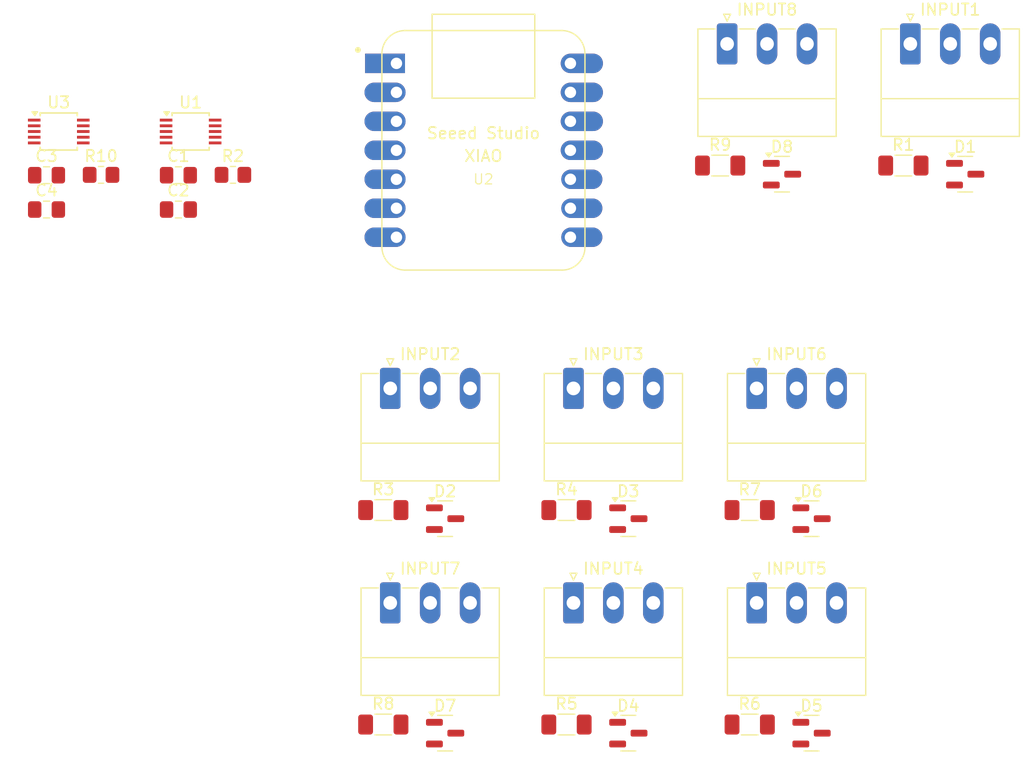
<source format=kicad_pcb>
(kicad_pcb (version 20240108) (generator "pcbnew") (generator_version "8.0")
  (layers (0 "F.Cu" signal) (31 "B.Cu" signal) (34 "B.Paste" user) (35 "F.Paste" user) (36 "B.SilkS" user "B.Silkscreen") (37 "F.SilkS" user "F.Silkscreen") (38 "B.Mask" user) (39 "F.Mask" user) (44 "Edge.Cuts" user))
  (net 0 "")
  (net 1 "GND")
  (net 2 "+5V")
  (net 3 "GNDA")
  (net 4 "/ADC1/ADC0")
  (net 5 "/ADC1/ADC1")
  (net 6 "/ADC1/ADC2")
  (net 7 "/ADC1/ADC3")
  (net 8 "/ADC2/ADC0")
  (net 9 "/ADC2/ADC1")
  (net 10 "/ADC2/ADC2")
  (net 11 "Net-(U1-ALERT{slash}RDY)")
  (net 12 "/ADC2/ADC3")
  (net 13 "SCL")
  (net 14 "Net-(U3-ALERT{slash}RDY)")
  (net 15 "SDA")
  (footprint "Package_SO:TSSOP-10_3x3mm_P0.5mm" (layer "F.Cu") (at -2.3675 60.26)
    (property "Reference" "U1" (at 0 -2.55 0) (layer "F.SilkS"))
    (property "Value" "ADS1115IDGS")
    (fp_line (start -1.625 -1.625) (end -1.625 -1.4) (stroke (width 0.15)) (layer "F.SilkS"))
    (fp_line (start -1.625 -1.625) (end 1.625 -1.625) (stroke (width 0.15)) (layer "F.SilkS"))
    (fp_line (start -1.625 1.625) (end -1.625 1.4) (stroke (width 0.15)) (layer "F.SilkS"))
    (fp_line (start -1.625 1.625) (end 1.625 1.625) (stroke (width 0.15)) (layer "F.SilkS"))
    (fp_line (start 1.625 -1.625) (end 1.625 -1.4) (stroke (width 0.15)) (layer "F.SilkS"))
    (fp_line (start 1.625 1.625) (end 1.625 1.4) (stroke (width 0.15)) (layer "F.SilkS"))
    (fp_poly (pts (xy -2.1 -1.4) (xy -2.34 -1.73) (xy -1.86 -1.73) (xy -2.1 -1.4)) (stroke (width 0.12)) (fill solid) (layer "F.SilkS"))
    (pad "1" smd rect (at -2.15 -1) (size 1.1 0.25) (layers "F.Cu" "F.Paste" "F.Mask") (net 2 "+5V"))
    (pad "2" smd rect (at -2.15 -0.5) (size 1.1 0.25) (layers "F.Cu" "F.Paste" "F.Mask") (net 11 "Net-(U1-ALERT{slash}RDY)"))
    (pad "3" smd rect (at -2.15 0) (size 1.1 0.25) (layers "F.Cu" "F.Paste" "F.Mask") (net 3 "GNDA"))
    (pad "4" smd rect (at -2.15 0.5) (size 1.1 0.25) (layers "F.Cu" "F.Paste" "F.Mask") (net 4 "/ADC1/ADC0"))
    (pad "5" smd rect (at -2.15 1) (size 1.1 0.25) (layers "F.Cu" "F.Paste" "F.Mask") (net 5 "/ADC1/ADC1"))
    (pad "6" smd rect (at 2.15 1) (size 1.1 0.25) (layers "F.Cu" "F.Paste" "F.Mask") (net 6 "/ADC1/ADC2"))
    (pad "7" smd rect (at 2.15 0.5) (size 1.1 0.25) (layers "F.Cu" "F.Paste" "F.Mask") (net 7 "/ADC1/ADC3"))
    (pad "8" smd rect (at 2.15 0) (size 1.1 0.25) (layers "F.Cu" "F.Paste" "F.Mask") (net 2 "+5V"))
    (pad "9" smd rect (at 2.15 -0.5) (size 1.1 0.25) (layers "F.Cu" "F.Paste" "F.Mask") (net 15 "SDA"))
    (pad "10" smd rect (at 2.15 -1) (size 1.1 0.25) (layers "F.Cu" "F.Paste" "F.Mask") (net 13 "SCL"))
  )
  (footprint "Resistor_SMD:R_0805_2012Metric_Pad1.20x1.40mm_HandSolder" (layer "F.Cu") (at -10.2175 64.06)
    (property "Reference" "R10" (at 0 -1.65 0) (layer "F.SilkS"))
    (property "Value" "10k")
    (fp_line (start -0.227064 -0.735) (end 0.227064 -0.735) (stroke (width 0.12)) (layer "F.SilkS"))
    (fp_line (start -0.227064 0.735) (end 0.227064 0.735) (stroke (width 0.12)) (layer "F.SilkS"))
    (pad "1" smd roundrect (at -1 0) (size 1.2 1.4) (layers "F.Cu" "F.Paste" "F.Mask") (roundrect_rratio 0.208333) (net 14 "Net-(U3-ALERT{slash}RDY)"))
    (pad "2" smd roundrect (at 1 0) (size 1.2 1.4) (layers "F.Cu" "F.Paste" "F.Mask") (roundrect_rratio 0.208333) (net 2 "+5V"))
  )
  (footprint "Package_TO_SOT_SMD:SOT-23" (layer "F.Cu") (at 19.9425 113)
    (property "Reference" "D7" (at 0 -2.4 0) (layer "F.SilkS"))
    (property "Value" "BAT54S")
    (fp_line (start 0 -1.56) (end -0.65 -1.56) (stroke (width 0.12)) (layer "F.SilkS"))
    (fp_line (start 0 -1.56) (end 0.65 -1.56) (stroke (width 0.12)) (layer "F.SilkS"))
    (fp_line (start 0 1.56) (end -0.65 1.56) (stroke (width 0.12)) (layer "F.SilkS"))
    (fp_line (start 0 1.56) (end 0.65 1.56) (stroke (width 0.12)) (layer "F.SilkS"))
    (fp_poly (pts (xy -1.1625 -1.51) (xy -1.4025 -1.84) (xy -0.9225 -1.84) (xy -1.1625 -1.51)) (stroke (width 0.12)) (fill solid) (layer "F.SilkS"))
    (pad "1" smd roundrect (at -0.9375 -0.95) (size 1.475 0.6) (layers "F.Cu" "F.Paste" "F.Mask") (net 1 "GND"))
    (pad "2" smd roundrect (at -0.9375 0.95) (size 1.475 0.6) (layers "F.Cu" "F.Paste" "F.Mask") (net 2 "+5V"))
    (pad "3" smd roundrect (at 0.9375 0) (size 1.475 0.6) (layers "F.Cu" "F.Paste" "F.Mask") (net 10 "/ADC2/ADC2"))
  )
  (footprint "Resistor_SMD:R_1206_3216Metric_Pad1.30x1.75mm_HandSolder" (layer "F.Cu") (at 30.5825 93.445)
    (property "Reference" "R4" (at 0 -1.82 0) (layer "F.SilkS"))
    (property "Value" "249 0.1%")
    (fp_line (start -0.727064 -0.91) (end 0.727064 -0.91) (stroke (width 0.12)) (layer "F.SilkS"))
    (fp_line (start -0.727064 0.91) (end 0.727064 0.91) (stroke (width 0.12)) (layer "F.SilkS"))
    (pad "1" smd roundrect (at -1.55 0) (size 1.3 1.75) (layers "F.Cu" "F.Paste" "F.Mask") (roundrect_rratio 0.192308) (net 1 "GND"))
    (pad "2" smd roundrect (at 1.55 0) (size 1.3 1.75) (layers "F.Cu" "F.Paste" "F.Mask") (roundrect_rratio 0.192308) (net 6 "/ADC1/ADC2"))
  )
  (footprint "Resistor_SMD:R_1206_3216Metric_Pad1.30x1.75mm_HandSolder" (layer "F.Cu") (at 46.6425 112.245)
    (property "Reference" "R6" (at 0 -1.82 0) (layer "F.SilkS"))
    (property "Value" "249 0.1%")
    (fp_line (start -0.727064 -0.91) (end 0.727064 -0.91) (stroke (width 0.12)) (layer "F.SilkS"))
    (fp_line (start -0.727064 0.91) (end 0.727064 0.91) (stroke (width 0.12)) (layer "F.SilkS"))
    (pad "1" smd roundrect (at -1.55 0) (size 1.3 1.75) (layers "F.Cu" "F.Paste" "F.Mask") (roundrect_rratio 0.192308) (net 1 "GND"))
    (pad "2" smd roundrect (at 1.55 0) (size 1.3 1.75) (layers "F.Cu" "F.Paste" "F.Mask") (roundrect_rratio 0.192308) (net 8 "/ADC2/ADC0"))
  )
  (footprint "Resistor_SMD:R_1206_3216Metric_Pad1.30x1.75mm_HandSolder" (layer "F.Cu") (at 14.5225 93.445)
    (property "Reference" "R3" (at 0 -1.82 0) (layer "F.SilkS"))
    (property "Value" "249 0.1%")
    (fp_line (start -0.727064 -0.91) (end 0.727064 -0.91) (stroke (width 0.12)) (layer "F.SilkS"))
    (fp_line (start -0.727064 0.91) (end 0.727064 0.91) (stroke (width 0.12)) (layer "F.SilkS"))
    (pad "1" smd roundrect (at -1.55 0) (size 1.3 1.75) (layers "F.Cu" "F.Paste" "F.Mask") (roundrect_rratio 0.192308) (net 1 "GND"))
    (pad "2" smd roundrect (at 1.55 0) (size 1.3 1.75) (layers "F.Cu" "F.Paste" "F.Mask") (roundrect_rratio 0.192308) (net 5 "/ADC1/ADC1"))
  )
  (footprint "Package_TO_SOT_SMD:SOT-23" (layer "F.Cu") (at 52.0625 94.2)
    (property "Reference" "D6" (at 0 -2.4 0) (layer "F.SilkS"))
    (property "Value" "BAT54S")
    (fp_line (start 0 -1.56) (end -0.65 -1.56) (stroke (width 0.12)) (layer "F.SilkS"))
    (fp_line (start 0 -1.56) (end 0.65 -1.56) (stroke (width 0.12)) (layer "F.SilkS"))
    (fp_line (start 0 1.56) (end -0.65 1.56) (stroke (width 0.12)) (layer "F.SilkS"))
    (fp_line (start 0 1.56) (end 0.65 1.56) (stroke (width 0.12)) (layer "F.SilkS"))
    (fp_poly (pts (xy -1.1625 -1.51) (xy -1.4025 -1.84) (xy -0.9225 -1.84) (xy -1.1625 -1.51)) (stroke (width 0.12)) (fill solid) (layer "F.SilkS"))
    (pad "1" smd roundrect (at -0.9375 -0.95) (size 1.475 0.6) (layers "F.Cu" "F.Paste" "F.Mask") (net 1 "GND"))
    (pad "2" smd roundrect (at -0.9375 0.95) (size 1.475 0.6) (layers "F.Cu" "F.Paste" "F.Mask") (net 2 "+5V"))
    (pad "3" smd roundrect (at 0.9375 0) (size 1.475 0.6) (layers "F.Cu" "F.Paste" "F.Mask") (net 9 "/ADC2/ADC1"))
  )
  (footprint "Resistor_SMD:R_1206_3216Metric_Pad1.30x1.75mm_HandSolder" (layer "F.Cu") (at 46.6425 93.445)
    (property "Reference" "R7" (at 0 -1.82 0) (layer "F.SilkS"))
    (property "Value" "249 0.1%")
    (fp_line (start -0.727064 -0.91) (end 0.727064 -0.91) (stroke (width 0.12)) (layer "F.SilkS"))
    (fp_line (start -0.727064 0.91) (end 0.727064 0.91) (stroke (width 0.12)) (layer "F.SilkS"))
    (pad "1" smd roundrect (at -1.55 0) (size 1.3 1.75) (layers "F.Cu" "F.Paste" "F.Mask") (roundrect_rratio 0.192308) (net 1 "GND"))
    (pad "2" smd roundrect (at 1.55 0) (size 1.3 1.75) (layers "F.Cu" "F.Paste" "F.Mask") (roundrect_rratio 0.192308) (net 9 "/ADC2/ADC1"))
  )
  (footprint "Connector_Phoenix_MC:PhoenixContact_MC_1,5_3-G-3.5_1x03_P3.50mm_Horizontal" (layer "F.Cu") (at 15.1325 101.58)
    (property "Reference" "INPUT7" (at 3.5 -3 0) (layer "F.SilkS"))
    (property "Value" "Conn_01x03")
    (fp_line (start -2.56 -1.31) (end -2.56 8.11) (stroke (width 0.12)) (layer "F.SilkS"))
    (fp_line (start -2.56 -1.31) (end -1.05 -1.31) (stroke (width 0.12)) (layer "F.SilkS"))
    (fp_line (start -2.56 4.8) (end 9.56 4.8) (stroke (width 0.12)) (layer "F.SilkS"))
    (fp_line (start -2.56 8.11) (end 9.56 8.11) (stroke (width 0.12)) (layer "F.SilkS"))
    (fp_line (start -0.3 -2.6) (end 0.3 -2.6) (stroke (width 0.12)) (layer "F.SilkS"))
    (fp_line (start 0 -2) (end -0.3 -2.6) (stroke (width 0.12)) (layer "F.SilkS"))
    (fp_line (start 0.3 -2.6) (end 0 -2) (stroke (width 0.12)) (layer "F.SilkS"))
    (fp_line (start 1.05 -1.31) (end 2.45 -1.31) (stroke (width 0.12)) (layer "F.SilkS"))
    (fp_line (start 4.55 -1.31) (end 5.95 -1.31) (stroke (width 0.12)) (layer "F.SilkS"))
    (fp_line (start 9.56 -1.31) (end 8.05 -1.31) (stroke (width 0.12)) (layer "F.SilkS"))
    (fp_line (start 9.56 8.11) (end 9.56 -1.31) (stroke (width 0.12)) (layer "F.SilkS"))
    (pad "1" thru_hole roundrect (at 0 0) (size 1.8 3.6) (drill 1.2) (layers "*.Cu" "*.Mask") (roundrect_rratio 0.138889) (net 2 "+5V"))
    (pad "2" thru_hole oval (at 3.5 0) (size 1.8 3.6) (drill 1.2) (layers "*.Cu" "*.Mask") (net 10 "/ADC2/ADC2"))
    (pad "3" thru_hole oval (at 7 0) (size 1.8 3.6) (drill 1.2) (layers "*.Cu" "*.Mask") (net 1 "GND"))
  )
  (footprint "Connector_Phoenix_MC:PhoenixContact_MC_1,5_3-G-3.5_1x03_P3.50mm_Horizontal" (layer "F.Cu") (at 31.1925 101.58)
    (property "Reference" "INPUT4" (at 3.5 -3 0) (layer "F.SilkS"))
    (property "Value" "Conn_01x03")
    (fp_line (start -2.56 -1.31) (end -2.56 8.11) (stroke (width 0.12)) (layer "F.SilkS"))
    (fp_line (start -2.56 -1.31) (end -1.05 -1.31) (stroke (width 0.12)) (layer "F.SilkS"))
    (fp_line (start -2.56 4.8) (end 9.56 4.8) (stroke (width 0.12)) (layer "F.SilkS"))
    (fp_line (start -2.56 8.11) (end 9.56 8.11) (stroke (width 0.12)) (layer "F.SilkS"))
    (fp_line (start -0.3 -2.6) (end 0.3 -2.6) (stroke (width 0.12)) (layer "F.SilkS"))
    (fp_line (start 0 -2) (end -0.3 -2.6) (stroke (width 0.12)) (layer "F.SilkS"))
    (fp_line (start 0.3 -2.6) (end 0 -2) (stroke (width 0.12)) (layer "F.SilkS"))
    (fp_line (start 1.05 -1.31) (end 2.45 -1.31) (stroke (width 0.12)) (layer "F.SilkS"))
    (fp_line (start 4.55 -1.31) (end 5.95 -1.31) (stroke (width 0.12)) (layer "F.SilkS"))
    (fp_line (start 9.56 -1.31) (end 8.05 -1.31) (stroke (width 0.12)) (layer "F.SilkS"))
    (fp_line (start 9.56 8.11) (end 9.56 -1.31) (stroke (width 0.12)) (layer "F.SilkS"))
    (pad "1" thru_hole roundrect (at 0 0) (size 1.8 3.6) (drill 1.2) (layers "*.Cu" "*.Mask") (roundrect_rratio 0.138889) (net 2 "+5V"))
    (pad "2" thru_hole oval (at 3.5 0) (size 1.8 3.6) (drill 1.2) (layers "*.Cu" "*.Mask") (net 7 "/ADC1/ADC3"))
    (pad "3" thru_hole oval (at 7 0) (size 1.8 3.6) (drill 1.2) (layers "*.Cu" "*.Mask") (net 1 "GND"))
  )
  (footprint "Capacitor_SMD:C_0805_2012Metric_Pad1.18x1.45mm_HandSolder" (layer "F.Cu") (at -3.4375 64.09)
    (property "Reference" "C1" (at 0 -1.68 0) (layer "F.SilkS"))
    (property "Value" "100nF")
    (fp_line (start -0.261252 -0.735) (end 0.261252 -0.735) (stroke (width 0.12)) (layer "F.SilkS"))
    (fp_line (start -0.261252 0.735) (end 0.261252 0.735) (stroke (width 0.12)) (layer "F.SilkS"))
    (pad "1" smd roundrect (at -1.0375 0) (size 1.175 1.45) (layers "F.Cu" "F.Paste" "F.Mask") (roundrect_rratio 0.212766) (net 2 "+5V"))
    (pad "2" smd roundrect (at 1.0375 0) (size 1.175 1.45) (layers "F.Cu" "F.Paste" "F.Mask") (roundrect_rratio 0.212766) (net 3 "GNDA"))
  )
  (footprint "Resistor_SMD:R_1206_3216Metric_Pad1.30x1.75mm_HandSolder" (layer "F.Cu") (at 30.5825 112.245)
    (property "Reference" "R5" (at 0 -1.82 0) (layer "F.SilkS"))
    (property "Value" "249 0.1%")
    (fp_line (start -0.727064 -0.91) (end 0.727064 -0.91) (stroke (width 0.12)) (layer "F.SilkS"))
    (fp_line (start -0.727064 0.91) (end 0.727064 0.91) (stroke (width 0.12)) (layer "F.SilkS"))
    (pad "1" smd roundrect (at -1.55 0) (size 1.3 1.75) (layers "F.Cu" "F.Paste" "F.Mask") (roundrect_rratio 0.192308) (net 1 "GND"))
    (pad "2" smd roundrect (at 1.55 0) (size 1.3 1.75) (layers "F.Cu" "F.Paste" "F.Mask") (roundrect_rratio 0.192308) (net 7 "/ADC1/ADC3"))
  )
  (footprint "Resistor_SMD:R_0805_2012Metric_Pad1.20x1.40mm_HandSolder" (layer "F.Cu") (at 1.3425 64.06)
    (property "Reference" "R2" (at 0 -1.65 0) (layer "F.SilkS"))
    (property "Value" "10k")
    (fp_line (start -0.227064 -0.735) (end 0.227064 -0.735) (stroke (width 0.12)) (layer "F.SilkS"))
    (fp_line (start -0.227064 0.735) (end 0.227064 0.735) (stroke (width 0.12)) (layer "F.SilkS"))
    (pad "1" smd roundrect (at -1 0) (size 1.2 1.4) (layers "F.Cu" "F.Paste" "F.Mask") (roundrect_rratio 0.208333) (net 11 "Net-(U1-ALERT{slash}RDY)"))
    (pad "2" smd roundrect (at 1 0) (size 1.2 1.4) (layers "F.Cu" "F.Paste" "F.Mask") (roundrect_rratio 0.208333) (net 2 "+5V"))
  )
  (footprint "Connector_Phoenix_MC:PhoenixContact_MC_1,5_3-G-3.5_1x03_P3.50mm_Horizontal" (layer "F.Cu") (at 47.2525 101.58)
    (property "Reference" "INPUT5" (at 3.5 -3 0) (layer "F.SilkS"))
    (property "Value" "Conn_01x03")
    (fp_line (start -2.56 -1.31) (end -2.56 8.11) (stroke (width 0.12)) (layer "F.SilkS"))
    (fp_line (start -2.56 -1.31) (end -1.05 -1.31) (stroke (width 0.12)) (layer "F.SilkS"))
    (fp_line (start -2.56 4.8) (end 9.56 4.8) (stroke (width 0.12)) (layer "F.SilkS"))
    (fp_line (start -2.56 8.11) (end 9.56 8.11) (stroke (width 0.12)) (layer "F.SilkS"))
    (fp_line (start -0.3 -2.6) (end 0.3 -2.6) (stroke (width 0.12)) (layer "F.SilkS"))
    (fp_line (start 0 -2) (end -0.3 -2.6) (stroke (width 0.12)) (layer "F.SilkS"))
    (fp_line (start 0.3 -2.6) (end 0 -2) (stroke (width 0.12)) (layer "F.SilkS"))
    (fp_line (start 1.05 -1.31) (end 2.45 -1.31) (stroke (width 0.12)) (layer "F.SilkS"))
    (fp_line (start 4.55 -1.31) (end 5.95 -1.31) (stroke (width 0.12)) (layer "F.SilkS"))
    (fp_line (start 9.56 -1.31) (end 8.05 -1.31) (stroke (width 0.12)) (layer "F.SilkS"))
    (fp_line (start 9.56 8.11) (end 9.56 -1.31) (stroke (width 0.12)) (layer "F.SilkS"))
    (pad "1" thru_hole roundrect (at 0 0) (size 1.8 3.6) (drill 1.2) (layers "*.Cu" "*.Mask") (roundrect_rratio 0.138889) (net 2 "+5V"))
    (pad "2" thru_hole oval (at 3.5 0) (size 1.8 3.6) (drill 1.2) (layers "*.Cu" "*.Mask") (net 8 "/ADC2/ADC0"))
    (pad "3" thru_hole oval (at 7 0) (size 1.8 3.6) (drill 1.2) (layers "*.Cu" "*.Mask") (net 1 "GND"))
  )
  (footprint "Seeed Studio XIAO Series Library:XIAO-Generic-Hybrid-14P-2.54-21X17.8MM" (layer "F.Cu") (at 23.3015 61.90753)
    (property "Reference" "U2" (at 0 2.54 0) (layer "F.SilkS") (effects (font (size 0.889 0.889) (thickness 0.1016))))
    (property "Value" "Seeed_Studio_XIAO_ESP32C6" (hide yes))
    (fp_line (start -8.9 -8.5) (end -8.9 8.5) (stroke (width 0.127)) (layer "F.SilkS"))
    (fp_line (start -6.9 10.5) (end 6.9 10.5) (stroke (width 0.127)) (layer "F.SilkS"))
    (fp_line (start -4.5 -11.92403) (end 4.5 -11.92403) (stroke (width 0.127)) (layer "F.SilkS"))
    (fp_line (start -4.5 -4.57073) (end -4.5 -11.92403) (stroke (width 0.127)) (layer "F.SilkS"))
    (fp_line (start 4.5 -11.92403) (end 4.5 -4.57073) (stroke (width 0.127)) (layer "F.SilkS"))
    (fp_line (start 4.5 -4.57073) (end -4.5 -4.57073) (stroke (width 0.127)) (layer "F.SilkS"))
    (fp_line (start 6.9 -10.49909) (end -6.9 -10.49909) (stroke (width 0.127)) (layer "F.SilkS"))
    (fp_line (start 8.9 8.5) (end 8.9 -8.5) (stroke (width 0.127)) (layer "F.SilkS"))
    (fp_arc (start -8.9 -8.5) (mid -8.301491 -9.901491) (end -6.9 -10.5) (stroke (width 0.12)) (layer "F.SilkS"))
    (fp_arc (start -6.9 10.5) (mid -8.301423 9.901423) (end -8.9 8.5) (stroke (width 0.12)) (layer "F.SilkS"))
    (fp_arc (start 6.9 -10.5) (mid 8.301494 -9.901494) (end 8.9 -8.5) (stroke (width 0.12)) (layer "F.SilkS"))
    (fp_arc (start 8.9 8.5) (mid 8.314214 9.914214) (end 6.9 10.5) (stroke (width 0.12)) (layer "F.SilkS"))
    (fp_circle (center -11 -8.8) (end -11 -9.054) (fill solid) (layer "F.SilkS"))
    (fp_poly (pts (xy -8.887715 -8.561705) (xy -8.884667 -8.610473) (xy -8.880603 -8.659494)) (stroke (width 0.0254)) (fill none) (layer "F.SilkS"))
    (fp_poly (pts (xy 8.889492 8.521574) (xy 8.887713 8.57085) (xy 8.884665 8.619618) (xy 8.880601 8.668639) (xy 8.875268 8.717407) (xy 8.868664 8.766175) (xy 8.861044 8.81469) (xy 8.852153 8.86295) (xy 8.842248 8.910955)) (stroke (width 0.0254)) (fill none) (layer "F.SilkS"))
    (fp_text user "Seeed Studio" (at 0 -1.5 0) (layer "F.SilkS"))
    (fp_text user "XIAO" (at 0 0.5 0) (layer "F.SilkS"))
    (pad "1" thru_hole rect (at -7.625 -7.62) (size 3.5 1.7) (drill 1 (offset -1 0)) (layers "*.Cu" "*.Mask"))
    (pad "2" thru_hole oval (at -7.625 -5.08) (size 3.6 1.7) (drill 1 (offset -1 0)) (layers "*.Cu" "*.Mask"))
    (pad "3" thru_hole oval (at -7.625 -2.54) (size 3.6 1.7) (drill 1 (offset -1 0)) (layers "*.Cu" "*.Mask"))
    (pad "4" thru_hole oval (at -7.625 0) (size 3.6 1.7) (drill 1 (offset -1 0)) (layers "*.Cu" "*.Mask"))
    (pad "5" thru_hole oval (at -7.625 2.54) (size 3.6 1.7) (drill 1 (offset -1 0)) (layers "*.Cu" "*.Mask") (net 15 "SDA"))
    (pad "6" thru_hole oval (at -7.625 5.08 180) (size 3.6 1.7) (drill 1 (offset 1 0)) (layers "*.Cu" "*.Mask") (net 13 "SCL"))
    (pad "7" thru_hole oval (at -7.625 7.62) (size 3.6 1.7) (drill 1 (offset -1 0)) (layers "*.Cu" "*.Mask"))
    (pad "8" thru_hole oval (at 7.625 7.62) (size 3.6 1.7) (drill 1 (offset 1 0)) (layers "*.Cu" "*.Mask"))
    (pad "9" thru_hole oval (at 7.625 5.08) (size 3.6 1.7) (drill 1 (offset 1 0)) (layers "*.Cu" "*.Mask"))
    (pad "10" thru_hole oval (at 7.625 2.54) (size 3.6 1.7) (drill 1 (offset 1 0)) (layers "*.Cu" "*.Mask"))
    (pad "11" thru_hole oval (at 7.625 0) (size 3.7 1.7) (drill 1 (offset 1 0)) (layers "*.Cu" "*.Mask"))
    (pad "12" thru_hole oval (at 7.625 -2.54) (size 3.7 1.7) (drill 1 (offset 1 0)) (layers "*.Cu" "*.Mask"))
    (pad "13" thru_hole oval (at 7.625 -5.08) (size 3.7 1.7) (drill 1 (offset 1 0)) (layers "*.Cu" "*.Mask") (net 1 "GND"))
    (pad "14" thru_hole oval (at 7.625 -7.62) (size 3.7 1.7) (drill 1 (offset 1 0)) (layers "*.Cu" "*.Mask") (net 2 "+5V"))
  )
  (footprint "Connector_Phoenix_MC:PhoenixContact_MC_1,5_3-G-3.5_1x03_P3.50mm_Horizontal" (layer "F.Cu") (at 60.7225 52.58)
    (property "Reference" "INPUT1" (at 3.5 -3 0) (layer "F.SilkS"))
    (property "Value" "Conn_01x03")
    (fp_line (start -2.56 -1.31) (end -2.56 8.11) (stroke (width 0.12)) (layer "F.SilkS"))
    (fp_line (start -2.56 -1.31) (end -1.05 -1.31) (stroke (width 0.12)) (layer "F.SilkS"))
    (fp_line (start -2.56 4.8) (end 9.56 4.8) (stroke (width 0.12)) (layer "F.SilkS"))
    (fp_line (start -2.56 8.11) (end 9.56 8.11) (stroke (width 0.12)) (layer "F.SilkS"))
    (fp_line (start -0.3 -2.6) (end 0.3 -2.6) (stroke (width 0.12)) (layer "F.SilkS"))
    (fp_line (start 0 -2) (end -0.3 -2.6) (stroke (width 0.12)) (layer "F.SilkS"))
    (fp_line (start 0.3 -2.6) (end 0 -2) (stroke (width 0.12)) (layer "F.SilkS"))
    (fp_line (start 1.05 -1.31) (end 2.45 -1.31) (stroke (width 0.12)) (layer "F.SilkS"))
    (fp_line (start 4.55 -1.31) (end 5.95 -1.31) (stroke (width 0.12)) (layer "F.SilkS"))
    (fp_line (start 9.56 -1.31) (end 8.05 -1.31) (stroke (width 0.12)) (layer "F.SilkS"))
    (fp_line (start 9.56 8.11) (end 9.56 -1.31) (stroke (width 0.12)) (layer "F.SilkS"))
    (pad "1" thru_hole roundrect (at 0 0) (size 1.8 3.6) (drill 1.2) (layers "*.Cu" "*.Mask") (roundrect_rratio 0.138889) (net 2 "+5V"))
    (pad "2" thru_hole oval (at 3.5 0) (size 1.8 3.6) (drill 1.2) (layers "*.Cu" "*.Mask") (net 4 "/ADC1/ADC0"))
    (pad "3" thru_hole oval (at 7 0) (size 1.8 3.6) (drill 1.2) (layers "*.Cu" "*.Mask") (net 1 "GND"))
  )
  (footprint "Connector_Phoenix_MC:PhoenixContact_MC_1,5_3-G-3.5_1x03_P3.50mm_Horizontal" (layer "F.Cu") (at 31.1925 82.78)
    (property "Reference" "INPUT3" (at 3.5 -3 0) (layer "F.SilkS"))
    (property "Value" "Conn_01x03")
    (fp_line (start -2.56 -1.31) (end -2.56 8.11) (stroke (width 0.12)) (layer "F.SilkS"))
    (fp_line (start -2.56 -1.31) (end -1.05 -1.31) (stroke (width 0.12)) (layer "F.SilkS"))
    (fp_line (start -2.56 4.8) (end 9.56 4.8) (stroke (width 0.12)) (layer "F.SilkS"))
    (fp_line (start -2.56 8.11) (end 9.56 8.11) (stroke (width 0.12)) (layer "F.SilkS"))
    (fp_line (start -0.3 -2.6) (end 0.3 -2.6) (stroke (width 0.12)) (layer "F.SilkS"))
    (fp_line (start 0 -2) (end -0.3 -2.6) (stroke (width 0.12)) (layer "F.SilkS"))
    (fp_line (start 0.3 -2.6) (end 0 -2) (stroke (width 0.12)) (layer "F.SilkS"))
    (fp_line (start 1.05 -1.31) (end 2.45 -1.31) (stroke (width 0.12)) (layer "F.SilkS"))
    (fp_line (start 4.55 -1.31) (end 5.95 -1.31) (stroke (width 0.12)) (layer "F.SilkS"))
    (fp_line (start 9.56 -1.31) (end 8.05 -1.31) (stroke (width 0.12)) (layer "F.SilkS"))
    (fp_line (start 9.56 8.11) (end 9.56 -1.31) (stroke (width 0.12)) (layer "F.SilkS"))
    (pad "1" thru_hole roundrect (at 0 0) (size 1.8 3.6) (drill 1.2) (layers "*.Cu" "*.Mask") (roundrect_rratio 0.138889) (net 2 "+5V"))
    (pad "2" thru_hole oval (at 3.5 0) (size 1.8 3.6) (drill 1.2) (layers "*.Cu" "*.Mask") (net 6 "/ADC1/ADC2"))
    (pad "3" thru_hole oval (at 7 0) (size 1.8 3.6) (drill 1.2) (layers "*.Cu" "*.Mask") (net 1 "GND"))
  )
  (footprint "Package_SO:TSSOP-10_3x3mm_P0.5mm" (layer "F.Cu") (at -13.9275 60.26)
    (property "Reference" "U3" (at 0 -2.55 0) (layer "F.SilkS"))
    (property "Value" "ADS1115IDGS")
    (fp_line (start -1.625 -1.625) (end -1.625 -1.4) (stroke (width 0.15)) (layer "F.SilkS"))
    (fp_line (start -1.625 -1.625) (end 1.625 -1.625) (stroke (width 0.15)) (layer "F.SilkS"))
    (fp_line (start -1.625 1.625) (end -1.625 1.4) (stroke (width 0.15)) (layer "F.SilkS"))
    (fp_line (start -1.625 1.625) (end 1.625 1.625) (stroke (width 0.15)) (layer "F.SilkS"))
    (fp_line (start 1.625 -1.625) (end 1.625 -1.4) (stroke (width 0.15)) (layer "F.SilkS"))
    (fp_line (start 1.625 1.625) (end 1.625 1.4) (stroke (width 0.15)) (layer "F.SilkS"))
    (fp_poly (pts (xy -2.1 -1.4) (xy -2.34 -1.73) (xy -1.86 -1.73) (xy -2.1 -1.4)) (stroke (width 0.12)) (fill solid) (layer "F.SilkS"))
    (pad "1" smd rect (at -2.15 -1) (size 1.1 0.25) (layers "F.Cu" "F.Paste" "F.Mask") (net 1 "GND"))
    (pad "2" smd rect (at -2.15 -0.5) (size 1.1 0.25) (layers "F.Cu" "F.Paste" "F.Mask") (net 14 "Net-(U3-ALERT{slash}RDY)"))
    (pad "3" smd rect (at -2.15 0) (size 1.1 0.25) (layers "F.Cu" "F.Paste" "F.Mask") (net 3 "GNDA"))
    (pad "4" smd rect (at -2.15 0.5) (size 1.1 0.25) (layers "F.Cu" "F.Paste" "F.Mask") (net 8 "/ADC2/ADC0"))
    (pad "5" smd rect (at -2.15 1) (size 1.1 0.25) (layers "F.Cu" "F.Paste" "F.Mask") (net 9 "/ADC2/ADC1"))
    (pad "6" smd rect (at 2.15 1) (size 1.1 0.25) (layers "F.Cu" "F.Paste" "F.Mask") (net 10 "/ADC2/ADC2"))
    (pad "7" smd rect (at 2.15 0.5) (size 1.1 0.25) (layers "F.Cu" "F.Paste" "F.Mask") (net 12 "/ADC2/ADC3"))
    (pad "8" smd rect (at 2.15 0) (size 1.1 0.25) (layers "F.Cu" "F.Paste" "F.Mask") (net 2 "+5V"))
    (pad "9" smd rect (at 2.15 -0.5) (size 1.1 0.25) (layers "F.Cu" "F.Paste" "F.Mask") (net 15 "SDA"))
    (pad "10" smd rect (at 2.15 -1) (size 1.1 0.25) (layers "F.Cu" "F.Paste" "F.Mask") (net 13 "SCL"))
  )
  (footprint "Connector_Phoenix_MC:PhoenixContact_MC_1,5_3-G-3.5_1x03_P3.50mm_Horizontal" (layer "F.Cu") (at 44.6625 52.58)
    (property "Reference" "INPUT8" (at 3.5 -3 0) (layer "F.SilkS"))
    (property "Value" "Conn_01x03")
    (fp_line (start -2.56 -1.31) (end -2.56 8.11) (stroke (width 0.12)) (layer "F.SilkS"))
    (fp_line (start -2.56 -1.31) (end -1.05 -1.31) (stroke (width 0.12)) (layer "F.SilkS"))
    (fp_line (start -2.56 4.8) (end 9.56 4.8) (stroke (width 0.12)) (layer "F.SilkS"))
    (fp_line (start -2.56 8.11) (end 9.56 8.11) (stroke (width 0.12)) (layer "F.SilkS"))
    (fp_line (start -0.3 -2.6) (end 0.3 -2.6) (stroke (width 0.12)) (layer "F.SilkS"))
    (fp_line (start 0 -2) (end -0.3 -2.6) (stroke (width 0.12)) (layer "F.SilkS"))
    (fp_line (start 0.3 -2.6) (end 0 -2) (stroke (width 0.12)) (layer "F.SilkS"))
    (fp_line (start 1.05 -1.31) (end 2.45 -1.31) (stroke (width 0.12)) (layer "F.SilkS"))
    (fp_line (start 4.55 -1.31) (end 5.95 -1.31) (stroke (width 0.12)) (layer "F.SilkS"))
    (fp_line (start 9.56 -1.31) (end 8.05 -1.31) (stroke (width 0.12)) (layer "F.SilkS"))
    (fp_line (start 9.56 8.11) (end 9.56 -1.31) (stroke (width 0.12)) (layer "F.SilkS"))
    (pad "1" thru_hole roundrect (at 0 0) (size 1.8 3.6) (drill 1.2) (layers "*.Cu" "*.Mask") (roundrect_rratio 0.138889) (net 2 "+5V"))
    (pad "2" thru_hole oval (at 3.5 0) (size 1.8 3.6) (drill 1.2) (layers "*.Cu" "*.Mask") (net 12 "/ADC2/ADC3"))
    (pad "3" thru_hole oval (at 7 0) (size 1.8 3.6) (drill 1.2) (layers "*.Cu" "*.Mask") (net 1 "GND"))
  )
  (footprint "Capacitor_SMD:C_0805_2012Metric_Pad1.18x1.45mm_HandSolder" (layer "F.Cu") (at -14.9975 67.1)
    (property "Reference" "C4" (at 0 -1.68 0) (layer "F.SilkS"))
    (property "Value" "10uF")
    (fp_line (start -0.261252 -0.735) (end 0.261252 -0.735) (stroke (width 0.12)) (layer "F.SilkS"))
    (fp_line (start -0.261252 0.735) (end 0.261252 0.735) (stroke (width 0.12)) (layer "F.SilkS"))
    (pad "1" smd roundrect (at -1.0375 0) (size 1.175 1.45) (layers "F.Cu" "F.Paste" "F.Mask") (roundrect_rratio 0.212766) (net 2 "+5V"))
    (pad "2" smd roundrect (at 1.0375 0) (size 1.175 1.45) (layers "F.Cu" "F.Paste" "F.Mask") (roundrect_rratio 0.212766) (net 3 "GNDA"))
  )
  (footprint "Package_TO_SOT_SMD:SOT-23" (layer "F.Cu") (at 19.9425 94.2)
    (property "Reference" "D2" (at 0 -2.4 0) (layer "F.SilkS"))
    (property "Value" "BAT54S")
    (fp_line (start 0 -1.56) (end -0.65 -1.56) (stroke (width 0.12)) (layer "F.SilkS"))
    (fp_line (start 0 -1.56) (end 0.65 -1.56) (stroke (width 0.12)) (layer "F.SilkS"))
    (fp_line (start 0 1.56) (end -0.65 1.56) (stroke (width 0.12)) (layer "F.SilkS"))
    (fp_line (start 0 1.56) (end 0.65 1.56) (stroke (width 0.12)) (layer "F.SilkS"))
    (fp_poly (pts (xy -1.1625 -1.51) (xy -1.4025 -1.84) (xy -0.9225 -1.84) (xy -1.1625 -1.51)) (stroke (width 0.12)) (fill solid) (layer "F.SilkS"))
    (pad "1" smd roundrect (at -0.9375 -0.95) (size 1.475 0.6) (layers "F.Cu" "F.Paste" "F.Mask") (net 1 "GND"))
    (pad "2" smd roundrect (at -0.9375 0.95) (size 1.475 0.6) (layers "F.Cu" "F.Paste" "F.Mask") (net 2 "+5V"))
    (pad "3" smd roundrect (at 0.9375 0) (size 1.475 0.6) (layers "F.Cu" "F.Paste" "F.Mask") (net 5 "/ADC1/ADC1"))
  )
  (footprint "Capacitor_SMD:C_0805_2012Metric_Pad1.18x1.45mm_HandSolder" (layer "F.Cu") (at -3.4375 67.1)
    (property "Reference" "C2" (at 0 -1.68 0) (layer "F.SilkS"))
    (property "Value" "10uF")
    (fp_line (start -0.261252 -0.735) (end 0.261252 -0.735) (stroke (width 0.12)) (layer "F.SilkS"))
    (fp_line (start -0.261252 0.735) (end 0.261252 0.735) (stroke (width 0.12)) (layer "F.SilkS"))
    (pad "1" smd roundrect (at -1.0375 0) (size 1.175 1.45) (layers "F.Cu" "F.Paste" "F.Mask") (roundrect_rratio 0.212766) (net 2 "+5V"))
    (pad "2" smd roundrect (at 1.0375 0) (size 1.175 1.45) (layers "F.Cu" "F.Paste" "F.Mask") (roundrect_rratio 0.212766) (net 3 "GNDA"))
  )
  (footprint "Package_TO_SOT_SMD:SOT-23" (layer "F.Cu") (at 36.0025 113)
    (property "Reference" "D4" (at 0 -2.4 0) (layer "F.SilkS"))
    (property "Value" "BAT54S")
    (fp_line (start 0 -1.56) (end -0.65 -1.56) (stroke (width 0.12)) (layer "F.SilkS"))
    (fp_line (start 0 -1.56) (end 0.65 -1.56) (stroke (width 0.12)) (layer "F.SilkS"))
    (fp_line (start 0 1.56) (end -0.65 1.56) (stroke (width 0.12)) (layer "F.SilkS"))
    (fp_line (start 0 1.56) (end 0.65 1.56) (stroke (width 0.12)) (layer "F.SilkS"))
    (fp_poly (pts (xy -1.1625 -1.51) (xy -1.4025 -1.84) (xy -0.9225 -1.84) (xy -1.1625 -1.51)) (stroke (width 0.12)) (fill solid) (layer "F.SilkS"))
    (pad "1" smd roundrect (at -0.9375 -0.95) (size 1.475 0.6) (layers "F.Cu" "F.Paste" "F.Mask") (net 1 "GND"))
    (pad "2" smd roundrect (at -0.9375 0.95) (size 1.475 0.6) (layers "F.Cu" "F.Paste" "F.Mask") (net 2 "+5V"))
    (pad "3" smd roundrect (at 0.9375 0) (size 1.475 0.6) (layers "F.Cu" "F.Paste" "F.Mask") (net 7 "/ADC1/ADC3"))
  )
  (footprint "Connector_Phoenix_MC:PhoenixContact_MC_1,5_3-G-3.5_1x03_P3.50mm_Horizontal" (layer "F.Cu") (at 15.1325 82.78)
    (property "Reference" "INPUT2" (at 3.5 -3 0) (layer "F.SilkS"))
    (property "Value" "Conn_01x03")
    (fp_line (start -2.56 -1.31) (end -2.56 8.11) (stroke (width 0.12)) (layer "F.SilkS"))
    (fp_line (start -2.56 -1.31) (end -1.05 -1.31) (stroke (width 0.12)) (layer "F.SilkS"))
    (fp_line (start -2.56 4.8) (end 9.56 4.8) (stroke (width 0.12)) (layer "F.SilkS"))
    (fp_line (start -2.56 8.11) (end 9.56 8.11) (stroke (width 0.12)) (layer "F.SilkS"))
    (fp_line (start -0.3 -2.6) (end 0.3 -2.6) (stroke (width 0.12)) (layer "F.SilkS"))
    (fp_line (start 0 -2) (end -0.3 -2.6) (stroke (width 0.12)) (layer "F.SilkS"))
    (fp_line (start 0.3 -2.6) (end 0 -2) (stroke (width 0.12)) (layer "F.SilkS"))
    (fp_line (start 1.05 -1.31) (end 2.45 -1.31) (stroke (width 0.12)) (layer "F.SilkS"))
    (fp_line (start 4.55 -1.31) (end 5.95 -1.31) (stroke (width 0.12)) (layer "F.SilkS"))
    (fp_line (start 9.56 -1.31) (end 8.05 -1.31) (stroke (width 0.12)) (layer "F.SilkS"))
    (fp_line (start 9.56 8.11) (end 9.56 -1.31) (stroke (width 0.12)) (layer "F.SilkS"))
    (pad "1" thru_hole roundrect (at 0 0) (size 1.8 3.6) (drill 1.2) (layers "*.Cu" "*.Mask") (roundrect_rratio 0.138889) (net 2 "+5V"))
    (pad "2" thru_hole oval (at 3.5 0) (size 1.8 3.6) (drill 1.2) (layers "*.Cu" "*.Mask") (net 5 "/ADC1/ADC1"))
    (pad "3" thru_hole oval (at 7 0) (size 1.8 3.6) (drill 1.2) (layers "*.Cu" "*.Mask") (net 1 "GND"))
  )
  (footprint "Package_TO_SOT_SMD:SOT-23" (layer "F.Cu") (at 65.5325 64)
    (property "Reference" "D1" (at 0 -2.4 0) (layer "F.SilkS"))
    (property "Value" "BAT54S")
    (fp_line (start 0 -1.56) (end -0.65 -1.56) (stroke (width 0.12)) (layer "F.SilkS"))
    (fp_line (start 0 -1.56) (end 0.65 -1.56) (stroke (width 0.12)) (layer "F.SilkS"))
    (fp_line (start 0 1.56) (end -0.65 1.56) (stroke (width 0.12)) (layer "F.SilkS"))
    (fp_line (start 0 1.56) (end 0.65 1.56) (stroke (width 0.12)) (layer "F.SilkS"))
    (fp_poly (pts (xy -1.1625 -1.51) (xy -1.4025 -1.84) (xy -0.9225 -1.84) (xy -1.1625 -1.51)) (stroke (width 0.12)) (fill solid) (layer "F.SilkS"))
    (pad "1" smd roundrect (at -0.9375 -0.95) (size 1.475 0.6) (layers "F.Cu" "F.Paste" "F.Mask") (net 1 "GND"))
    (pad "2" smd roundrect (at -0.9375 0.95) (size 1.475 0.6) (layers "F.Cu" "F.Paste" "F.Mask") (net 2 "+5V"))
    (pad "3" smd roundrect (at 0.9375 0) (size 1.475 0.6) (layers "F.Cu" "F.Paste" "F.Mask") (net 4 "/ADC1/ADC0"))
  )
  (footprint "Capacitor_SMD:C_0805_2012Metric_Pad1.18x1.45mm_HandSolder" (layer "F.Cu") (at -14.9975 64.09)
    (property "Reference" "C3" (at 0 -1.68 0) (layer "F.SilkS"))
    (property "Value" "100nF")
    (fp_line (start -0.261252 -0.735) (end 0.261252 -0.735) (stroke (width 0.12)) (layer "F.SilkS"))
    (fp_line (start -0.261252 0.735) (end 0.261252 0.735) (stroke (width 0.12)) (layer "F.SilkS"))
    (pad "1" smd roundrect (at -1.0375 0) (size 1.175 1.45) (layers "F.Cu" "F.Paste" "F.Mask") (roundrect_rratio 0.212766) (net 2 "+5V"))
    (pad "2" smd roundrect (at 1.0375 0) (size 1.175 1.45) (layers "F.Cu" "F.Paste" "F.Mask") (roundrect_rratio 0.212766) (net 3 "GNDA"))
  )
  (footprint "Package_TO_SOT_SMD:SOT-23" (layer "F.Cu") (at 36.0025 94.2)
    (property "Reference" "D3" (at 0 -2.4 0) (layer "F.SilkS"))
    (property "Value" "BAT54S")
    (fp_line (start 0 -1.56) (end -0.65 -1.56) (stroke (width 0.12)) (layer "F.SilkS"))
    (fp_line (start 0 -1.56) (end 0.65 -1.56) (stroke (width 0.12)) (layer "F.SilkS"))
    (fp_line (start 0 1.56) (end -0.65 1.56) (stroke (width 0.12)) (layer "F.SilkS"))
    (fp_line (start 0 1.56) (end 0.65 1.56) (stroke (width 0.12)) (layer "F.SilkS"))
    (fp_poly (pts (xy -1.1625 -1.51) (xy -1.4025 -1.84) (xy -0.9225 -1.84) (xy -1.1625 -1.51)) (stroke (width 0.12)) (fill solid) (layer "F.SilkS"))
    (pad "1" smd roundrect (at -0.9375 -0.95) (size 1.475 0.6) (layers "F.Cu" "F.Paste" "F.Mask") (net 1 "GND"))
    (pad "2" smd roundrect (at -0.9375 0.95) (size 1.475 0.6) (layers "F.Cu" "F.Paste" "F.Mask") (net 2 "+5V"))
    (pad "3" smd roundrect (at 0.9375 0) (size 1.475 0.6) (layers "F.Cu" "F.Paste" "F.Mask") (net 6 "/ADC1/ADC2"))
  )
  (footprint "Package_TO_SOT_SMD:SOT-23" (layer "F.Cu") (at 52.0625 113)
    (property "Reference" "D5" (at 0 -2.4 0) (layer "F.SilkS"))
    (property "Value" "BAT54S")
    (fp_line (start 0 -1.56) (end -0.65 -1.56) (stroke (width 0.12)) (layer "F.SilkS"))
    (fp_line (start 0 -1.56) (end 0.65 -1.56) (stroke (width 0.12)) (layer "F.SilkS"))
    (fp_line (start 0 1.56) (end -0.65 1.56) (stroke (width 0.12)) (layer "F.SilkS"))
    (fp_line (start 0 1.56) (end 0.65 1.56) (stroke (width 0.12)) (layer "F.SilkS"))
    (fp_poly (pts (xy -1.1625 -1.51) (xy -1.4025 -1.84) (xy -0.9225 -1.84) (xy -1.1625 -1.51)) (stroke (width 0.12)) (fill solid) (layer "F.SilkS"))
    (pad "1" smd roundrect (at -0.9375 -0.95) (size 1.475 0.6) (layers "F.Cu" "F.Paste" "F.Mask") (net 1 "GND"))
    (pad "2" smd roundrect (at -0.9375 0.95) (size 1.475 0.6) (layers "F.Cu" "F.Paste" "F.Mask") (net 2 "+5V"))
    (pad "3" smd roundrect (at 0.9375 0) (size 1.475 0.6) (layers "F.Cu" "F.Paste" "F.Mask") (net 8 "/ADC2/ADC0"))
  )
  (footprint "Resistor_SMD:R_1206_3216Metric_Pad1.30x1.75mm_HandSolder" (layer "F.Cu") (at 44.0525 63.245)
    (property "Reference" "R9" (at 0 -1.82 0) (layer "F.SilkS"))
    (property "Value" "249 0.1%")
    (fp_line (start -0.727064 -0.91) (end 0.727064 -0.91) (stroke (width 0.12)) (layer "F.SilkS"))
    (fp_line (start -0.727064 0.91) (end 0.727064 0.91) (stroke (width 0.12)) (layer "F.SilkS"))
    (pad "1" smd roundrect (at -1.55 0) (size 1.3 1.75) (layers "F.Cu" "F.Paste" "F.Mask") (roundrect_rratio 0.192308) (net 1 "GND"))
    (pad "2" smd roundrect (at 1.55 0) (size 1.3 1.75) (layers "F.Cu" "F.Paste" "F.Mask") (roundrect_rratio 0.192308) (net 12 "/ADC2/ADC3"))
  )
  (footprint "Connector_Phoenix_MC:PhoenixContact_MC_1,5_3-G-3.5_1x03_P3.50mm_Horizontal" (layer "F.Cu") (at 47.2525 82.78)
    (property "Reference" "INPUT6" (at 3.5 -3 0) (layer "F.SilkS"))
    (property "Value" "Conn_01x03")
    (fp_line (start -2.56 -1.31) (end -2.56 8.11) (stroke (width 0.12)) (layer "F.SilkS"))
    (fp_line (start -2.56 -1.31) (end -1.05 -1.31) (stroke (width 0.12)) (layer "F.SilkS"))
    (fp_line (start -2.56 4.8) (end 9.56 4.8) (stroke (width 0.12)) (layer "F.SilkS"))
    (fp_line (start -2.56 8.11) (end 9.56 8.11) (stroke (width 0.12)) (layer "F.SilkS"))
    (fp_line (start -0.3 -2.6) (end 0.3 -2.6) (stroke (width 0.12)) (layer "F.SilkS"))
    (fp_line (start 0 -2) (end -0.3 -2.6) (stroke (width 0.12)) (layer "F.SilkS"))
    (fp_line (start 0.3 -2.6) (end 0 -2) (stroke (width 0.12)) (layer "F.SilkS"))
    (fp_line (start 1.05 -1.31) (end 2.45 -1.31) (stroke (width 0.12)) (layer "F.SilkS"))
    (fp_line (start 4.55 -1.31) (end 5.95 -1.31) (stroke (width 0.12)) (layer "F.SilkS"))
    (fp_line (start 9.56 -1.31) (end 8.05 -1.31) (stroke (width 0.12)) (layer "F.SilkS"))
    (fp_line (start 9.56 8.11) (end 9.56 -1.31) (stroke (width 0.12)) (layer "F.SilkS"))
    (pad "1" thru_hole roundrect (at 0 0) (size 1.8 3.6) (drill 1.2) (layers "*.Cu" "*.Mask") (roundrect_rratio 0.138889) (net 2 "+5V"))
    (pad "2" thru_hole oval (at 3.5 0) (size 1.8 3.6) (drill 1.2) (layers "*.Cu" "*.Mask") (net 9 "/ADC2/ADC1"))
    (pad "3" thru_hole oval (at 7 0) (size 1.8 3.6) (drill 1.2) (layers "*.Cu" "*.Mask") (net 1 "GND"))
  )
  (footprint "Resistor_SMD:R_1206_3216Metric_Pad1.30x1.75mm_HandSolder" (layer "F.Cu") (at 60.1125 63.245)
    (property "Reference" "R1" (at 0 -1.82 0) (layer "F.SilkS"))
    (property "Value" "249 0.1%")
    (fp_line (start -0.727064 -0.91) (end 0.727064 -0.91) (stroke (width 0.12)) (layer "F.SilkS"))
    (fp_line (start -0.727064 0.91) (end 0.727064 0.91) (stroke (width 0.12)) (layer "F.SilkS"))
    (pad "1" smd roundrect (at -1.55 0) (size 1.3 1.75) (layers "F.Cu" "F.Paste" "F.Mask") (roundrect_rratio 0.192308) (net 1 "GND"))
    (pad "2" smd roundrect (at 1.55 0) (size 1.3 1.75) (layers "F.Cu" "F.Paste" "F.Mask") (roundrect_rratio 0.192308) (net 4 "/ADC1/ADC0"))
  )
  (footprint "Package_TO_SOT_SMD:SOT-23" (layer "F.Cu") (at 49.4725 64)
    (property "Reference" "D8" (at 0 -2.4 0) (layer "F.SilkS"))
    (property "Value" "BAT54S")
    (fp_line (start 0 -1.56) (end -0.65 -1.56) (stroke (width 0.12)) (layer "F.SilkS"))
    (fp_line (start 0 -1.56) (end 0.65 -1.56) (stroke (width 0.12)) (layer "F.SilkS"))
    (fp_line (start 0 1.56) (end -0.65 1.56) (stroke (width 0.12)) (layer "F.SilkS"))
    (fp_line (start 0 1.56) (end 0.65 1.56) (stroke (width 0.12)) (layer "F.SilkS"))
    (fp_poly (pts (xy -1.1625 -1.51) (xy -1.4025 -1.84) (xy -0.9225 -1.84) (xy -1.1625 -1.51)) (stroke (width 0.12)) (fill solid) (layer "F.SilkS"))
    (pad "1" smd roundrect (at -0.9375 -0.95) (size 1.475 0.6) (layers "F.Cu" "F.Paste" "F.Mask") (net 1 "GND"))
    (pad "2" smd roundrect (at -0.9375 0.95) (size 1.475 0.6) (layers "F.Cu" "F.Paste" "F.Mask") (net 2 "+5V"))
    (pad "3" smd roundrect (at 0.9375 0) (size 1.475 0.6) (layers "F.Cu" "F.Paste" "F.Mask") (net 12 "/ADC2/ADC3"))
  )
  (footprint "Resistor_SMD:R_1206_3216Metric_Pad1.30x1.75mm_HandSolder" (layer "F.Cu") (at 14.5225 112.245)
    (property "Reference" "R8" (at 0 -1.82 0) (layer "F.SilkS"))
    (property "Value" "249 0.1%")
    (fp_line (start -0.727064 -0.91) (end 0.727064 -0.91) (stroke (width 0.12)) (layer "F.SilkS"))
    (fp_line (start -0.727064 0.91) (end 0.727064 0.91) (stroke (width 0.12)) (layer "F.SilkS"))
    (pad "1" smd roundrect (at -1.55 0) (size 1.3 1.75) (layers "F.Cu" "F.Paste" "F.Mask") (roundrect_rratio 0.192308) (net 1 "GND"))
    (pad "2" smd roundrect (at 1.55 0) (size 1.3 1.75) (layers "F.Cu" "F.Paste" "F.Mask") (roundrect_rratio 0.192308) (net 10 "/ADC2/ADC2"))
  )
)
</source>
